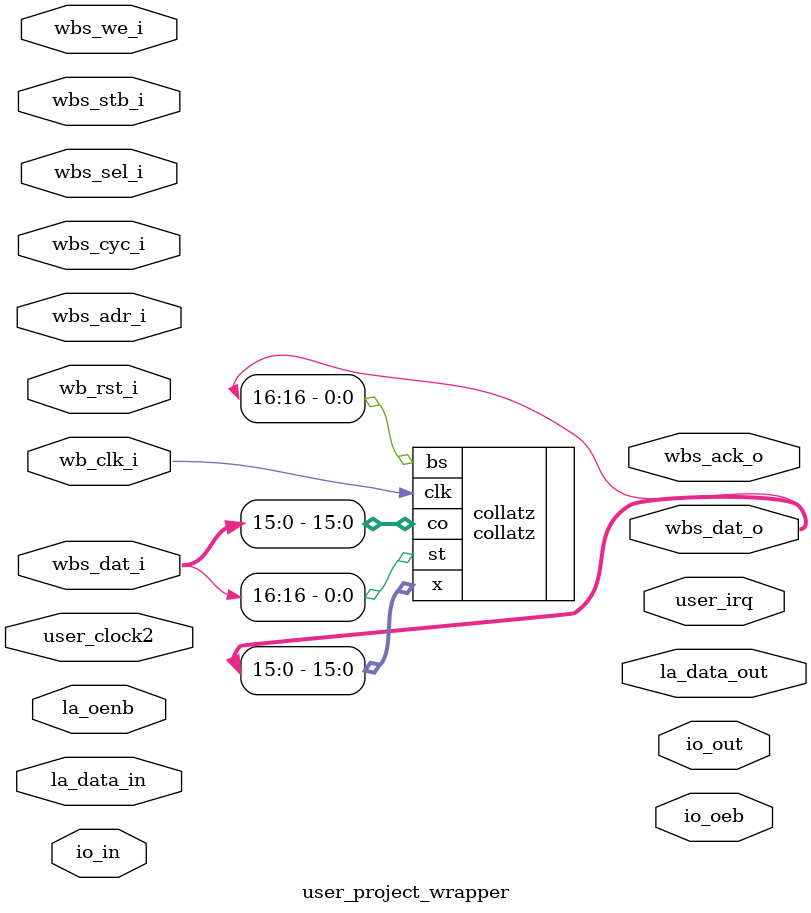
<source format=v>
module user_project_wrapper (user_clock2,
    wb_clk_i,
    wb_rst_i,
    wbs_ack_o,
    wbs_cyc_i,
    wbs_stb_i,
    wbs_we_i,
    io_in,
    io_oeb,
    io_out,
    la_data_in,
    la_data_out,
    la_oenb,
    user_irq,
    wbs_adr_i,
    wbs_dat_i,
    wbs_dat_o,
    wbs_sel_i);
 input user_clock2;
 input wb_clk_i;
 input wb_rst_i;
 output wbs_ack_o;
 input wbs_cyc_i;
 input wbs_stb_i;
 input wbs_we_i;
 input [37:0] io_in;
 output [37:0] io_oeb;
 output [37:0] io_out;
 input [63:0] la_data_in;
 output [63:0] la_data_out;
 input [63:0] la_oenb;
 output [2:0] user_irq;
 input [31:0] wbs_adr_i;
 input [31:0] wbs_dat_i;
 output [31:0] wbs_dat_o;
 input [3:0] wbs_sel_i;


 collatz collatz (.bs(wbs_dat_o[16]),
    .clk(wb_clk_i),
    .st(wbs_dat_i[16]),
    .co({wbs_dat_i[15],
    wbs_dat_i[14],
    wbs_dat_i[13],
    wbs_dat_i[12],
    wbs_dat_i[11],
    wbs_dat_i[10],
    wbs_dat_i[9],
    wbs_dat_i[8],
    wbs_dat_i[7],
    wbs_dat_i[6],
    wbs_dat_i[5],
    wbs_dat_i[4],
    wbs_dat_i[3],
    wbs_dat_i[2],
    wbs_dat_i[1],
    wbs_dat_i[0]}),
    .x({wbs_dat_o[15],
    wbs_dat_o[14],
    wbs_dat_o[13],
    wbs_dat_o[12],
    wbs_dat_o[11],
    wbs_dat_o[10],
    wbs_dat_o[9],
    wbs_dat_o[8],
    wbs_dat_o[7],
    wbs_dat_o[6],
    wbs_dat_o[5],
    wbs_dat_o[4],
    wbs_dat_o[3],
    wbs_dat_o[2],
    wbs_dat_o[1],
    wbs_dat_o[0]}));
endmodule


</source>
